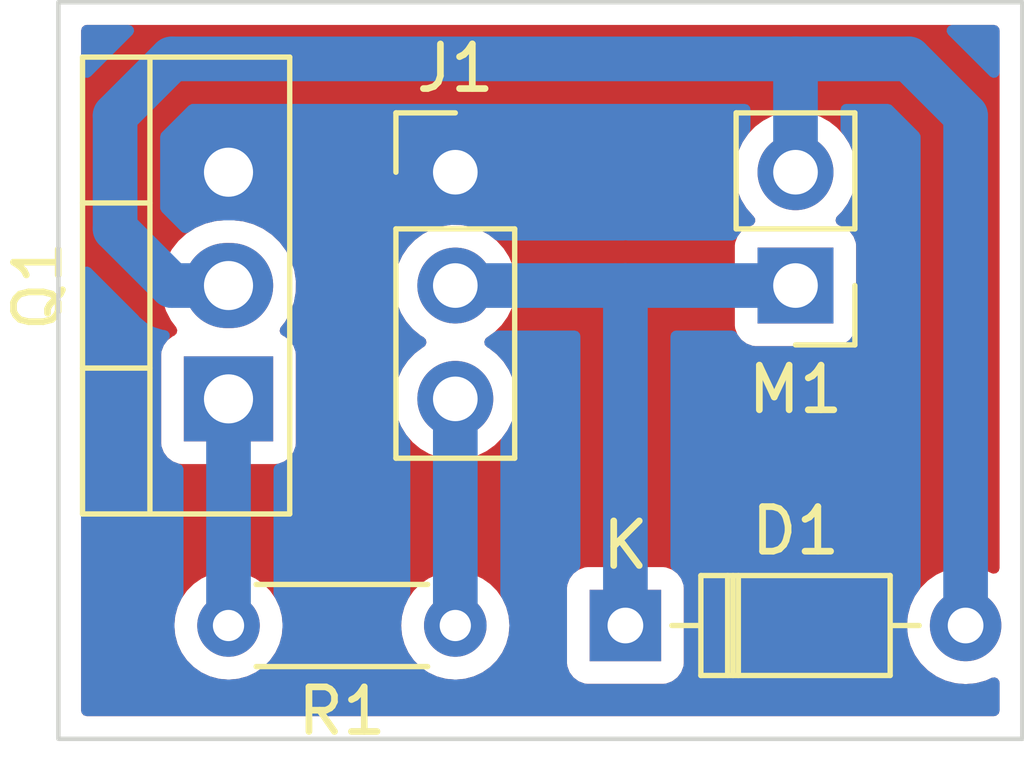
<source format=kicad_pcb>
(kicad_pcb (version 20211014) (generator pcbnew)
  (layers (0 "F.Cu" signal) (31 "B.Cu" signal) (34 "B.Paste" user) (35 "F.Paste" user) (36 "B.SilkS" user "B.Silkscreen") (37 "F.SilkS" user "F.Silkscreen") (38 "B.Mask" user) (39 "F.Mask" user) (44 "Edge.Cuts" user))
  (net 0 "")
  (net 1 "Net-(M1-Pad1)")
  (net 2 "Net-(M1-Pad2)")
  (net 3 "Net-(Q1-Pad3)")
  (net 4 "Net-(R1-Pad1)")
  (net 5 "Net-(Q1-Pad1)")
  (footprint "Package_TO_SOT_THT:TO-220-3_Vertical" (layer "F.Cu") (at 25.4 43.18 90)
    (fp_text reference "Q1" (at 2.54 -4.27 90) (layer "F.SilkS"))
    (fp_text value "IRF540N")
    (fp_line (start -2.58 -3.27) (end 7.66 -3.27) (layer "F.SilkS") (width 0.12))
    (fp_line (start 4.391 -3.27) (end 4.391 -1.76) (layer "F.SilkS") (width 0.12))
    (fp_line (start -2.58 -1.76) (end 7.66 -1.76) (layer "F.SilkS") (width 0.12))
    (fp_line (start -2.58 -3.27) (end -2.58 1.371) (layer "F.SilkS") (width 0.12))
    (fp_line (start -2.58 1.371) (end 7.66 1.371) (layer "F.SilkS") (width 0.12))
    (fp_line (start 7.66 -3.27) (end 7.66 1.371) (layer "F.SilkS") (width 0.12))
    (fp_line (start 0.69 -3.27) (end 0.69 -1.76) (layer "F.SilkS") (width 0.12))
    (pad "1" thru_hole rect (at 0 0 90) (size 1.905 2) (drill 1.1) (layers *.Cu *.Mask) (net 5 "Net-(Q1-Pad1)"))
    (pad "2" thru_hole oval (at 2.54 0 90) (size 1.905 2) (drill 1.1) (layers *.Cu *.Mask) (net 2 "Net-(M1-Pad2)"))
    (pad "3" thru_hole oval (at 5.08 0 90) (size 1.905 2) (drill 1.1) (layers *.Cu *.Mask) (net 3 "Net-(Q1-Pad3)"))
  )
  (footprint "Connector_PinHeader_2.54mm:PinHeader_1x03_P2.54mm_Vertical" (layer "F.Cu") (at 30.48 38.1)
    (fp_text reference "J1" (at 0 -2.33) (layer "F.SilkS"))
    (fp_text value "Ctrl")
    (fp_line (start -1.33 -1.33) (end 0 -1.33) (layer "F.SilkS") (width 0.12))
    (fp_line (start -1.33 1.27) (end -1.33 6.41) (layer "F.SilkS") (width 0.12))
    (fp_line (start -1.33 0) (end -1.33 -1.33) (layer "F.SilkS") (width 0.12))
    (fp_line (start 1.33 1.27) (end 1.33 6.41) (layer "F.SilkS") (width 0.12))
    (fp_line (start -1.33 1.27) (end 1.33 1.27) (layer "F.SilkS") (width 0.12))
    (fp_line (start -1.33 6.41) (end 1.33 6.41) (layer "F.SilkS") (width 0.12))
    (pad "1" thru_hole rect (at 0 0) (size 1.7 1.7) (drill 1) (layers *.Cu *.Mask) (net 3 "Net-(Q1-Pad3)"))
    (pad "2" thru_hole oval (at 0 2.54) (size 1.7 1.7) (drill 1) (layers *.Cu *.Mask) (net 1 "Net-(M1-Pad1)"))
    (pad "3" thru_hole oval (at 0 5.08) (size 1.7 1.7) (drill 1) (layers *.Cu *.Mask) (net 4 "Net-(R1-Pad1)"))
  )
  (footprint "Diode_THT:D_DO-35_SOD27_P7.62mm_Horizontal" (layer "F.Cu") (at 34.29 48.26)
    (fp_text reference "D1" (at 3.81 -2.12) (layer "F.SilkS"))
    (fp_text value "1N4148")
    (fp_text user "K" (at 0 -1.8) (layer "F.SilkS"))
    (fp_line (start 2.29 -1.12) (end 2.29 1.12) (layer "F.SilkS") (width 0.12))
    (fp_line (start 6.58 0) (end 5.93 0) (layer "F.SilkS") (width 0.12))
    (fp_line (start 2.53 -1.12) (end 2.53 1.12) (layer "F.SilkS") (width 0.12))
    (fp_line (start 5.93 1.12) (end 5.93 -1.12) (layer "F.SilkS") (width 0.12))
    (fp_line (start 1.69 1.12) (end 5.93 1.12) (layer "F.SilkS") (width 0.12))
    (fp_line (start 1.04 0) (end 1.69 0) (layer "F.SilkS") (width 0.12))
    (fp_line (start 1.69 -1.12) (end 1.69 1.12) (layer "F.SilkS") (width 0.12))
    (fp_line (start 2.41 -1.12) (end 2.41 1.12) (layer "F.SilkS") (width 0.12))
    (fp_line (start 5.93 -1.12) (end 1.69 -1.12) (layer "F.SilkS") (width 0.12))
    (pad "1" thru_hole rect (at 0 0) (size 1.6 1.6) (drill 0.8) (layers *.Cu *.Mask) (net 1 "Net-(M1-Pad1)"))
    (pad "2" thru_hole oval (at 7.62 0) (size 1.6 1.6) (drill 0.8) (layers *.Cu *.Mask) (net 2 "Net-(M1-Pad2)"))
  )
  (footprint "Resistor_THT:R_Axial_DIN0204_L3.6mm_D1.6mm_P5.08mm_Horizontal" (layer "F.Cu") (at 30.48 48.26 180)
    (fp_text reference "R1" (at 2.54 -1.92) (layer "F.SilkS"))
    (fp_text value "10k")
    (fp_line (start 0.62 -0.92) (end 4.46 -0.92) (layer "F.SilkS") (width 0.12))
    (fp_line (start 0.62 0.92) (end 4.46 0.92) (layer "F.SilkS") (width 0.12))
    (pad "1" thru_hole circle (at 0 0 180) (size 1.4 1.4) (drill 0.7) (layers *.Cu *.Mask) (net 4 "Net-(R1-Pad1)"))
    (pad "2" thru_hole oval (at 5.08 0 180) (size 1.4 1.4) (drill 0.7) (layers *.Cu *.Mask) (net 5 "Net-(Q1-Pad1)"))
  )
  (footprint "Connector_PinHeader_2.54mm:PinHeader_1x02_P2.54mm_Vertical" (layer "F.Cu") (at 38.1 40.64 180)
    (fp_text reference "M1" (at 0 -2.33) (layer "F.SilkS"))
    (fp_text value "Pump")
    (fp_line (start -1.33 0) (end -1.33 -1.33) (layer "F.SilkS") (width 0.12))
    (fp_line (start -1.33 1.27) (end -1.33 3.87) (layer "F.SilkS") (width 0.12))
    (fp_line (start -1.33 3.87) (end 1.33 3.87) (layer "F.SilkS") (width 0.12))
    (fp_line (start -1.33 -1.33) (end 0 -1.33) (layer "F.SilkS") (width 0.12))
    (fp_line (start 1.33 1.27) (end 1.33 3.87) (layer "F.SilkS") (width 0.12))
    (fp_line (start -1.33 1.27) (end 1.33 1.27) (layer "F.SilkS") (width 0.12))
    (pad "1" thru_hole rect (at 0 0 180) (size 1.7 1.7) (drill 1) (layers *.Cu *.Mask) (net 1 "Net-(M1-Pad1)"))
    (pad "2" thru_hole oval (at 0 2.54 180) (size 1.7 1.7) (drill 1) (layers *.Cu *.Mask) (net 2 "Net-(M1-Pad2)"))
  )
  (gr_rect (start 21.59 34.29) (end 43.18 50.8) (layer "Edge.Cuts") (width 0.1) (fill none))
  (segment (start 34.29 48.26) (end 34.29 40.64) (width 1) (layer "B.Cu") (net 1))
  (segment (start 30.48 40.64) (end 33.02 40.64) (width 1) (layer "B.Cu") (net 1))
  (segment (start 33.02 40.64) (end 34.29 40.64) (width 1) (layer "B.Cu") (net 1))
  (segment (start 34.29 40.64) (end 38.1 40.64) (width 1) (layer "B.Cu") (net 1))
  (segment (start 40.64 35.56) (end 38.1 35.56) (width 1) (layer "B.Cu") (net 2))
  (segment (start 41.91 36.83) (end 40.64 35.56) (width 1) (layer "B.Cu") (net 2))
  (segment (start 24.13 40.64) (end 25.4 40.64) (width 1) (layer "B.Cu") (net 2))
  (segment (start 22.86 39.37) (end 24.13 40.64) (width 1) (layer "B.Cu") (net 2))
  (segment (start 41.91 48.26) (end 41.91 36.83) (width 1) (layer "B.Cu") (net 2))
  (segment (start 24.13 35.56) (end 22.86 36.83) (width 1) (layer "B.Cu") (net 2))
  (segment (start 22.86 36.83) (end 22.86 39.37) (width 1) (layer "B.Cu") (net 2))
  (segment (start 38.1 35.56) (end 24.13 35.56) (width 1) (layer "B.Cu") (net 2))
  (segment (start 38.1 38.1) (end 38.1 35.56) (width 1) (layer "B.Cu") (net 2))
  (segment (start 30.48 38.1) (end 25.4 38.1) (width 1) (layer "B.Cu") (net 3))
  (segment (start 30.48 43.18) (end 30.48 48.26) (width 1) (layer "B.Cu") (net 4))
  (segment (start 25.4 43.18) (end 25.4 48.26) (width 1) (layer "B.Cu") (net 5))
  (zone (net 3) (net_name "Net-(Q1-Pad3)") (layers F&B.Cu) (connect_pads yes (clearance 0.508)) (min_thickness 0.254) (fill yes (thermal_gap 0.508) (thermal_bridge_width 0.508) (island_removal_mode 1) (island_area_min 0))
    (polygon (pts (xy 43.18 50.8) (xy 21.59 50.8) (xy 21.59 34.29) (xy 43.18 34.29)))
  )
)
</source>
